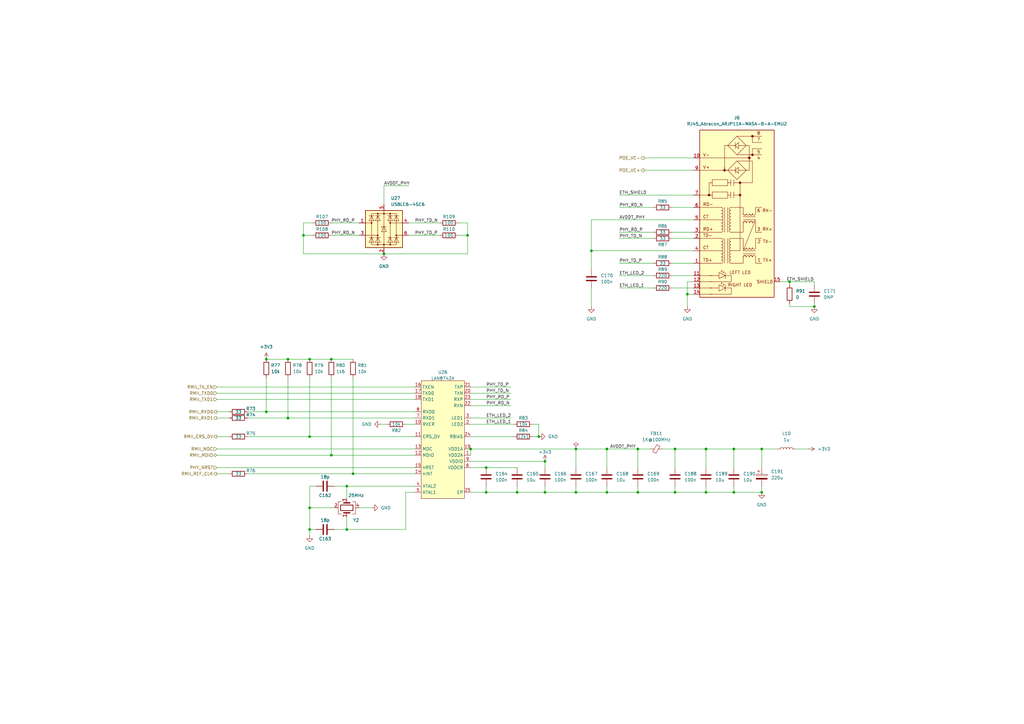
<source format=kicad_sch>
(kicad_sch (version 20230121) (generator eeschema)
  (paper "A3")
  (title_block (title "Kirdy") (date "2022-07-03") (rev "r0.1") (company "M-Labs") (comment 1 "Alex Wong Tat Hang"))
  (lib_symbols
    (symbol "Connector:RJ45_Abracon_ARJP11A-MASA-B-A-EMU2" (pin_names (offset 1.016) hide)
      (property "Reference" "J" (at 0 -38.1 0))
      (property "Value" "RJ45_Abracon_ARJP11A-MASA-B-A-EMU2" (at 0 -35.56 0))
      (symbol "RJ45_Abracon_ARJP11A-MASA-B-A-EMU2_0_0"
        (rectangle (start -15.24 -34.29) (end 15.24 34.29) (stroke (width 0.254)) (fill (type background)))
        (rectangle (start -3.81 8.89) (end -10.16 6.35))
        (polyline (pts (xy -15.24 -33.02) (xy -10.16 -33.02)))
        (polyline (pts (xy -15.24 -30.48) (xy -10.16 -30.48)))
        (polyline (pts (xy -15.24 -27.94) (xy -10.16 -27.94)))
        (polyline (pts (xy -15.24 -25.4) (xy -10.16 -25.4)))
        (polyline (pts (xy -15.24 -20.32) (xy -10.16 -20.32)))
        (polyline (pts (xy -15.24 -15.24) (xy -10.16 -15.24)))
        (polyline (pts (xy -15.24 -10.16) (xy -10.16 -10.16)))
        (polyline (pts (xy -15.24 -7.62) (xy -10.16 -7.62)))
        (polyline (pts (xy -15.24 -2.54) (xy -10.16 -2.54)))
        (polyline (pts (xy -15.24 2.54) (xy -10.16 2.54)))
        (polyline (pts (xy -15.24 22.86) (xy 5.08 22.86)))
        (polyline (pts (xy -11.43 7.62) (xy -15.24 7.62)))
        (polyline (pts (xy -11.176 -25.4) (xy -7.366 -25.4)))
        (polyline (pts (xy -10.16 7.62) (xy -11.43 7.62)))
        (polyline (pts (xy -5.08 17.78) (xy -15.24 17.78)))
        (polyline (pts (xy -5.08 17.78) (xy -3.81 17.78)))
        (polyline (pts (xy -5.08 19.05) (xy -5.08 17.78)))
        (polyline (pts (xy -3.81 7.62) (xy -2.54 7.62)))
        (polyline (pts (xy -3.81 12.7) (xy -2.54 12.7)))
        (polyline (pts (xy -2.54 8.89) (xy -2.54 6.35)))
        (polyline (pts (xy -1.27 8.89) (xy -1.27 6.35)))
        (polyline (pts (xy -1.27 13.97) (xy -1.27 11.43)))
        (polyline (pts (xy 0 21.59) (xy 6.35 21.59)))
        (polyline (pts (xy 0 24.13) (xy 10.16 24.13)))
        (polyline (pts (xy 0 31.75) (xy 10.16 31.75)))
        (polyline (pts (xy 1.27 10.16) (xy 1.27 12.7)))
        (polyline (pts (xy -10.16 12.7) (xy -11.43 12.7) (xy -11.43 7.62)))
        (polyline (pts (xy -3.81 27.94) (xy -5.08 27.94) (xy -5.08 17.78)))
        (polyline (pts (xy -1.27 12.7) (xy 0 12.7) (xy 1.27 12.7)))
        (polyline (pts (xy 1.27 12.7) (xy 6.35 12.7) (xy 6.35 21.59)))
        (polyline (pts (xy 6.35 24.13) (xy 6.35 26.67) (xy 10.16 26.67)))
        (polyline (pts (xy 6.35 31.75) (xy 6.35 29.21) (xy 10.16 29.21)))
        (polyline (pts (xy -4.826 -25.4) (xy -2.286 -25.4) (xy -2.286 -27.94) (xy -11.176 -27.94)))
        (polyline (pts (xy -2.54 -15.24) (xy -1.27 -15.24) (xy 1.27 -15.24) (xy 1.27 10.16)))
        (polyline (pts (xy 3.81 17.78) (xy 5.08 17.78) (xy 5.08 27.94) (xy 3.81 27.94)))
        (polyline (pts (xy -3.81 17.78) (xy 0 13.97) (xy 3.81 17.78) (xy 0 21.59) (xy -3.81 17.78)))
        (circle (center 1.27 7.62) (radius 0.0001) (stroke (width 0.508)))
        (text "1 TX+" (at 11.43 -19.05 0) (effects (font (size 1.27 1.27))))
        (text "2 TX-" (at 11.43 -11.43 0) (effects (font (size 1.27 1.27))))
        (text "3 RX+" (at 11.43 -6.35 0) (effects (font (size 1.27 1.27))))
        (text "4" (at 8.89 22.86 0) (effects (font (size 1.27 1.27))))
        (text "5" (at 8.89 25.4 0) (effects (font (size 1.27 1.27))))
        (text "6 RX-" (at 11.43 1.27 0) (effects (font (size 1.27 1.27))))
        (text "7" (at 8.89 30.48 0) (effects (font (size 1.27 1.27))))
        (text "8" (at 8.89 33.02 0) (effects (font (size 1.27 1.27))))
        (text "CT" (at -13.97 -1.27 0) (effects (font (size 1.27 1.27)) (justify left)))
        (text "LEFT LED" (at 1.27 -24.13 0) (effects (font (size 1.27 1.27))))
        (text "RD-" (at -13.97 3.81 0) (effects (font (size 1.27 1.27)) (justify left)))
        (text "SHIELD" (at 11.43 -27.94 0) (effects (font (size 1.27 1.27))))
        (text "V+" (at -13.97 19.05 0) (effects (font (size 1.27 1.27)) (justify left)))
        (text "V-" (at -13.97 24.13 0) (effects (font (size 1.27 1.27)) (justify left)))
      )
      (symbol "RJ45_Abracon_ARJP11A-MASA-B-A-EMU2_0_1"
        (arc (start -6.35 -16.51) (mid -5.7177 -15.875) (end -6.35 -15.24))
        (arc (start -6.35 -15.24) (mid -5.7177 -14.605) (end -6.35 -13.97))
        (arc (start -6.35 -13.97) (mid -6.35 -13.97) (end -6.35 -13.97))
        (arc (start -6.35 -11.43) (mid -5.7177 -10.795) (end -6.35 -10.16))
        (polyline (pts (xy -6.35 -20.32) (xy -10.16 -20.32)))
        (polyline (pts (xy -6.35 -15.24) (xy -10.16 -15.24)))
        (polyline (pts (xy -6.35 -10.16) (xy -10.16 -10.16)))
        (polyline (pts (xy -6.35 -7.62) (xy -10.16 -7.62)))
        (polyline (pts (xy -6.35 -2.54) (xy -10.16 -2.54)))
        (polyline (pts (xy -6.35 2.54) (xy -10.16 2.54)))
        (polyline (pts (xy -6.096 -28.448) (xy -6.35 -28.448)))
        (polyline (pts (xy -5.334 -28.956) (xy -5.588 -28.956)))
        (polyline (pts (xy -4.826 -24.13) (xy -4.826 -26.67)))
        (polyline (pts (xy -1.27 7.62) (xy 1.27 7.62)))
        (polyline (pts (xy -0.635 17.78) (xy -3.81 17.78)))
        (polyline (pts (xy -0.635 19.05) (xy -0.635 16.51)))
        (polyline (pts (xy 0.635 17.78) (xy 3.81 17.78)))
        (polyline (pts (xy -6.604 -28.956) (xy -6.096 -28.448) (xy -6.096 -28.702)))
        (polyline (pts (xy -5.842 -29.464) (xy -5.334 -28.956) (xy -5.334 -29.21)))
        (polyline (pts (xy -7.366 -24.13) (xy -7.366 -26.67) (xy -4.826 -25.4) (xy -7.366 -24.13)))
        (polyline (pts (xy 0.635 19.05) (xy 0.635 16.51) (xy -0.635 17.78) (xy 0.635 19.05)))
      )
      (symbol "RJ45_Abracon_ARJP11A-MASA-B-A-EMU2_1_1"
        (circle (center -11.43 7.62) (radius 0.0001) (stroke (width 0.508)))
        (arc (start -6.35 -20.32) (mid -5.7177 -19.685) (end -6.35 -19.05))
        (arc (start -6.35 -19.05) (mid -5.7177 -18.415) (end -6.35 -17.78))
        (arc (start -6.35 -17.78) (mid -6.35 -17.78) (end -6.35 -17.78))
        (arc (start -6.35 -17.78) (mid -5.7177 -17.145) (end -6.35 -16.51))
        (arc (start -6.35 -13.97) (mid -5.7177 -13.335) (end -6.35 -12.7))
        (arc (start -6.35 -12.7) (mid -5.7177 -12.065) (end -6.35 -11.43))
        (arc (start -6.35 -7.62) (mid -5.7177 -6.985) (end -6.35 -6.35))
        (arc (start -6.35 -6.35) (mid -5.7177 -5.715) (end -6.35 -5.08))
        (arc (start -6.35 -5.08) (mid -6.35 -5.08) (end -6.35 -5.08))
        (arc (start -6.35 -5.08) (mid -5.7177 -4.445) (end -6.35 -3.81))
        (arc (start -6.35 -3.81) (mid -6.35 -3.81) (end -6.35 -3.81))
        (arc (start -6.35 -3.81) (mid -5.7177 -3.175) (end -6.35 -2.54))
        (arc (start -6.35 -2.54) (mid -5.7177 -1.905) (end -6.35 -1.27))
        (arc (start -6.35 -1.27) (mid -5.7177 -0.635) (end -6.35 0))
        (arc (start -6.35 0) (mid -5.7177 0.635) (end -6.35 1.27))
        (arc (start -6.35 1.27) (mid -6.35 1.27) (end -6.35 1.27))
        (arc (start -6.35 1.27) (mid -5.7177 1.905) (end -6.35 2.54))
        (circle (center -5.08 17.78) (radius 0.0001) (stroke (width 0.508)))
        (rectangle (start -3.81 13.97) (end -10.16 11.43))
        (arc (start -2.54 -19.05) (mid -3.1723 -19.685) (end -2.54 -20.32))
        (arc (start -2.54 -19.05) (mid -2.54 -19.05) (end -2.54 -19.05))
        (arc (start -2.54 -17.78) (mid -3.1723 -18.415) (end -2.54 -19.05))
        (arc (start -2.54 -16.51) (mid -3.1723 -17.145) (end -2.54 -17.78))
        (arc (start -2.54 -15.24) (mid -3.1723 -15.875) (end -2.54 -16.51))
        (arc (start -2.54 -15.24) (mid -2.54 -15.24) (end -2.54 -15.24))
        (arc (start -2.54 -13.97) (mid -3.1723 -14.605) (end -2.54 -15.24))
        (arc (start -2.54 -12.7) (mid -3.1723 -13.335) (end -2.54 -13.97))
        (arc (start -2.54 -11.43) (mid -3.1723 -12.065) (end -2.54 -12.7))
        (arc (start -2.54 -10.16) (mid -3.1723 -10.795) (end -2.54 -11.43))
        (arc (start -2.54 -6.35) (mid -3.1723 -6.985) (end -2.54 -7.62))
        (arc (start -2.54 -6.35) (mid -2.54 -6.35) (end -2.54 -6.35))
        (arc (start -2.54 -5.08) (mid -3.1723 -5.715) (end -2.54 -6.35))
        (arc (start -2.54 -3.81) (mid -3.1723 -4.445) (end -2.54 -5.08))
        (arc (start -2.54 -3.81) (mid -2.54 -3.81) (end -2.54 -3.81))
        (arc (start -2.54 -2.54) (mid -3.1723 -3.175) (end -2.54 -3.81))
        (arc (start -2.54 -1.27) (mid -3.1723 -1.905) (end -2.54 -2.54))
        (arc (start -2.54 0) (mid -3.1723 -0.635) (end -2.54 -1.27))
        (arc (start -2.54 0) (mid -2.54 0) (end -2.54 0))
        (arc (start -2.54 1.27) (mid -3.1723 0.635) (end -2.54 0))
        (arc (start -2.54 2.54) (mid -3.1723 1.905) (end -2.54 1.27))
        (polyline (pts (xy -11.176 -30.48) (xy -7.366 -30.48)))
        (polyline (pts (xy -6.096 -23.368) (xy -6.35 -23.368)))
        (polyline (pts (xy -5.334 -23.876) (xy -5.588 -23.876)))
        (polyline (pts (xy -5.08 -10.16) (xy -5.08 -20.32)))
        (polyline (pts (xy -5.08 2.54) (xy -5.08 -7.62)))
        (polyline (pts (xy -4.826 -29.21) (xy -4.826 -31.75)))
        (polyline (pts (xy -3.81 -20.32) (xy -3.81 -10.16)))
        (polyline (pts (xy -3.81 -7.62) (xy -3.81 2.54)))
        (polyline (pts (xy -2.54 13.97) (xy -2.54 11.43)))
        (polyline (pts (xy -0.635 27.94) (xy -3.81 27.94)))
        (polyline (pts (xy -0.635 29.21) (xy -0.635 26.67)))
        (polyline (pts (xy 0.635 27.94) (xy 3.81 27.94)))
        (polyline (pts (xy 2.54 -16.51) (xy 7.62 -16.51)))
        (polyline (pts (xy 2.54 -15.24) (xy 7.62 -2.54)))
        (polyline (pts (xy 2.54 -2.54) (xy 7.62 -2.54)))
        (polyline (pts (xy 7.62 -15.24) (xy 2.54 -15.24)))
        (polyline (pts (xy 7.62 -1.27) (xy 2.54 -1.27)))
        (polyline (pts (xy -6.604 -23.876) (xy -6.096 -23.368) (xy -6.096 -23.622)))
        (polyline (pts (xy -5.842 -24.384) (xy -5.334 -23.876) (xy -5.334 -24.13)))
        (polyline (pts (xy -2.54 -10.16) (xy 2.54 -10.16) (xy 2.54 -13.97)))
        (polyline (pts (xy -2.54 -7.62) (xy 2.54 -7.62) (xy 2.54 -3.81)))
        (polyline (pts (xy -2.54 2.54) (xy 2.54 2.54) (xy 2.54 0)))
        (polyline (pts (xy 2.54 -17.78) (xy 2.54 -20.32) (xy -2.54 -20.32)))
        (polyline (pts (xy 7.62 -17.78) (xy 7.62 -20.32) (xy 10.16 -20.32)))
        (polyline (pts (xy 7.62 -13.97) (xy 7.62 -10.16) (xy 10.16 -10.16)))
        (polyline (pts (xy 7.62 -3.81) (xy 7.62 -7.62) (xy 10.16 -7.62)))
        (polyline (pts (xy 7.62 0) (xy 7.62 2.54) (xy 10.16 2.54)))
        (polyline (pts (xy -7.366 -29.21) (xy -7.366 -31.75) (xy -4.826 -30.48) (xy -7.366 -29.21)))
        (polyline (pts (xy -4.826 -30.48) (xy -2.286 -30.48) (xy -2.286 -33.02) (xy -11.176 -33.02)))
        (polyline (pts (xy 0.635 29.21) (xy 0.635 26.67) (xy -0.635 27.94) (xy 0.635 29.21)))
        (polyline (pts (xy -3.81 27.94) (xy 0 24.13) (xy 3.81 27.94) (xy 0 31.75) (xy -3.81 27.94)))
        (circle (center 1.27 12.7) (radius 0.0001) (stroke (width 0.508)))
        (arc (start 2.54 -17.78) (mid 2.54 -17.78) (end 2.54 -17.78))
        (arc (start 2.54 -13.97) (mid 3.175 -14.6023) (end 3.81 -13.97))
        (arc (start 2.54 -13.97) (mid 3.175 -14.6023) (end 3.81 -13.97))
        (arc (start 2.54 -3.81) (mid 2.54 -3.81) (end 2.54 -3.81))
        (arc (start 2.54 0) (mid 3.175 -0.6323) (end 3.81 0))
        (arc (start 2.54 0) (mid 3.175 -0.6323) (end 3.81 0))
        (arc (start 3.81 -17.78) (mid 3.175 -17.1477) (end 2.54 -17.78))
        (arc (start 3.81 -17.78) (mid 3.175 -17.1477) (end 2.54 -17.78))
        (arc (start 3.81 -13.97) (mid 3.81 -13.97) (end 3.81 -13.97))
        (arc (start 3.81 -13.97) (mid 4.445 -14.6023) (end 5.08 -13.97))
        (arc (start 3.81 -3.81) (mid 3.175 -3.1777) (end 2.54 -3.81))
        (arc (start 3.81 -3.81) (mid 3.175 -3.1777) (end 2.54 -3.81))
        (arc (start 3.81 0) (mid 3.81 0) (end 3.81 0))
        (arc (start 3.81 0) (mid 4.445 -0.6323) (end 5.08 0))
        (arc (start 5.08 -17.78) (mid 4.445 -17.1477) (end 3.81 -17.78))
        (arc (start 5.08 -17.78) (mid 5.08 -17.78) (end 5.08 -17.78))
        (arc (start 5.08 -13.97) (mid 5.715 -14.6023) (end 6.35 -13.97))
        (arc (start 5.08 -13.97) (mid 5.715 -14.6023) (end 6.35 -13.97))
        (arc (start 5.08 -3.81) (mid 4.445 -3.1777) (end 3.81 -3.81))
        (arc (start 5.08 -3.81) (mid 5.08 -3.81) (end 5.08 -3.81))
        (arc (start 5.08 0) (mid 5.715 -0.6323) (end 6.35 0))
        (arc (start 5.08 0) (mid 5.715 -0.6323) (end 6.35 0))
        (circle (center 5.08 22.86) (radius 0.0001) (stroke (width 0.508)))
        (circle (center 5.08 22.86) (radius 0.0001) (stroke (width 0.508)))
        (arc (start 6.35 -17.78) (mid 5.715 -17.1477) (end 5.08 -17.78))
        (arc (start 6.35 -17.78) (mid 5.715 -17.1477) (end 5.08 -17.78))
        (arc (start 6.35 -13.97) (mid 6.35 -13.97) (end 6.35 -13.97))
        (arc (start 6.35 -13.97) (mid 6.985 -14.6023) (end 7.62 -13.97))
        (arc (start 6.35 -3.81) (mid 5.715 -3.1777) (end 5.08 -3.81))
        (arc (start 6.35 -3.81) (mid 5.715 -3.1777) (end 5.08 -3.81))
        (arc (start 6.35 0) (mid 6.35 0) (end 6.35 0))
        (arc (start 6.35 0) (mid 6.985 -0.6323) (end 7.62 0))
        (circle (center 6.35 24.13) (radius 0.0001) (stroke (width 0.508)))
        (circle (center 6.35 31.75) (radius 0.0001) (stroke (width 0.508)))
        (arc (start 7.62 -17.78) (mid 6.985 -17.1477) (end 6.35 -17.78))
        (arc (start 7.62 -3.81) (mid 6.985 -3.1777) (end 6.35 -3.81))
        (text "CT" (at -13.97 -13.97 0) (effects (font (size 1.27 1.27)) (justify left)))
        (text "RD+" (at -13.97 -6.35 0) (effects (font (size 1.27 1.27)) (justify left)))
        (text "RIGHT LED" (at 1.27 -29.21 0) (effects (font (size 1.27 1.27))))
        (text "TD+" (at -13.97 -19.05 0) (effects (font (size 1.27 1.27)) (justify left)))
        (text "TD-" (at -13.97 -8.89 0) (effects (font (size 1.27 1.27)) (justify left)))
        (pin passive line (at -17.78 -20.32 0) (length 2.54) (name "TD+") (number "1"))
        (pin power_out line (at -17.78 22.86 0) (length 2.54) (name "V-") (number "10"))
        (pin passive line (at -17.78 -25.4 0) (length 2.54) (name "LLED+") (number "11"))
        (pin passive line (at -17.78 -27.94 0) (length 2.54) (name "LLED-") (number "12"))
        (pin passive line (at -17.78 -30.48 0) (length 2.54) (name "RLED+") (number "13"))
        (pin passive line (at -17.78 -33.02 0) (length 2.54) (name "RLED-") (number "14"))
        (pin passive line (at 17.78 -27.94 180) (length 2.54) (name "SHIELD") (number "15"))
        (pin passive line (at -17.78 -10.16 0) (length 2.54) (name "TD-") (number "2"))
        (pin passive line (at -17.78 -7.62 0) (length 2.54) (name "RD+") (number "3"))
        (pin passive line (at -17.78 -15.24 0) (length 2.54) (name "CT") (number "4"))
        (pin passive line (at -17.78 -2.54 0) (length 2.54) (name "CT") (number "5"))
        (pin passive line (at -17.78 2.54 0) (length 2.54) (name "RD-") (number "6"))
        (pin passive line (at -17.78 7.62 0) (length 2.54) (name "7") (number "7"))
        (pin power_out line (at -17.78 17.78 0) (length 2.54) (name "V+") (number "9"))
      )
    )
    (symbol "Device:C" (pin_numbers hide) (pin_names (offset 0.254))
      (property "Reference" "C" (at 0.635 2.54 0))
      (property "Value" "C" (at 0.635 -2.54 0))
      (symbol "C_0_1"
        (polyline (pts (xy -2.032 -0.762) (xy 2.032 -0.762)) (stroke (width 0.508)))
        (polyline (pts (xy -2.032 0.762) (xy 2.032 0.762)) (stroke (width 0.508)))
      )
      (symbol "C_1_1"
        (pin passive line (at 0 3.81 270) (length 2.794) (name "~") (number "1"))
        (pin passive line (at 0 -3.81 90) (length 2.794) (name "~") (number "2"))
      )
    )
    (symbol "Device:C_Polarized" (pin_numbers hide) (pin_names (offset 0.254))
      (property "Reference" "C" (at 0.635 2.54 0))
      (property "Value" "C_Polarized" (at 0.635 -2.54 0))
      (symbol "C_Polarized_0_1"
        (rectangle (start -2.286 0.508) (end 2.286 1.016))
        (polyline (pts (xy -1.778 2.286) (xy -0.762 2.286)))
        (polyline (pts (xy -1.27 2.794) (xy -1.27 1.778)))
        (rectangle (start 2.286 -0.508) (end -2.286 -1.016) (fill (type outline)))
      )
      (symbol "C_Polarized_1_1"
        (pin passive line (at 0 3.81 270) (length 2.794) (name "~") (number "1"))
        (pin passive line (at 0 -3.81 90) (length 2.794) (name "~") (number "2"))
      )
    )
    (symbol "Device:Crystal_GND24" (pin_names (offset 1.016) hide)
      (property "Reference" "Y" (at 3.175 5.08 0))
      (property "Value" "Crystal_GND24" (at 3.175 3.175 0))
      (symbol "Crystal_GND24_0_1"
        (rectangle (start -1.143 2.54) (end 1.143 -2.54) (stroke (width 0.3048)))
        (polyline (pts (xy -2.54 0) (xy -2.032 0)))
        (polyline (pts (xy -2.032 -1.27) (xy -2.032 1.27)) (stroke (width 0.508)))
        (polyline (pts (xy 0 -3.81) (xy 0 -3.556)))
        (polyline (pts (xy 0 3.556) (xy 0 3.81)))
        (polyline (pts (xy 2.032 -1.27) (xy 2.032 1.27)) (stroke (width 0.508)))
        (polyline (pts (xy 2.032 0) (xy 2.54 0)))
        (polyline (pts (xy -2.54 -2.286) (xy -2.54 -3.556) (xy 2.54 -3.556) (xy 2.54 -2.286)))
        (polyline (pts (xy -2.54 2.286) (xy -2.54 3.556) (xy 2.54 3.556) (xy 2.54 2.286)))
      )
      (symbol "Crystal_GND24_1_1"
        (pin passive line (at -3.81 0 0) (length 1.27) (name "1") (number "1"))
        (pin passive line (at 0 5.08 270) (length 1.27) (name "2") (number "2"))
        (pin passive line (at 3.81 0 180) (length 1.27) (name "3") (number "3"))
        (pin passive line (at 0 -5.08 90) (length 1.27) (name "4") (number "4"))
      )
    )
    (symbol "Device:FerriteBead_Small" (pin_numbers hide) (pin_names (offset 0))
      (property "Reference" "FB" (at 1.905 1.27 0))
      (property "Value" "FerriteBead_Small" (at 1.905 -1.27 0))
      (symbol "FerriteBead_Small_0_1"
        (polyline (pts (xy 0 -1.27) (xy 0 -0.7874)))
        (polyline (pts (xy 0 0.889) (xy 0 1.2954)))
        (polyline (pts (xy -1.8288 0.2794) (xy -1.1176 1.4986) (xy 1.8288 -0.2032) (xy 1.1176 -1.4224) (xy -1.8288 0.2794)))
      )
      (symbol "FerriteBead_Small_1_1"
        (pin passive line (at 0 2.54 270) (length 1.27) (name "~") (number "1"))
        (pin passive line (at 0 -2.54 90) (length 1.27) (name "~") (number "2"))
      )
    )
    (symbol "Device:L" (pin_numbers hide) (pin_names (offset 1.016) hide)
      (property "Reference" "L" (at -1.27 0 90))
      (property "Value" "L" (at 1.905 0 90))
      (symbol "L_0_1"
        (arc (start 0 -2.54) (mid 0.6323 -1.905) (end 0 -1.27))
        (arc (start 0 -1.27) (mid 0.6323 -0.635) (end 0 0))
        (arc (start 0 0) (mid 0.6323 0.635) (end 0 1.27))
        (arc (start 0 1.27) (mid 0.6323 1.905) (end 0 2.54))
      )
      (symbol "L_1_1"
        (pin passive line (at 0 3.81 270) (length 1.27) (name "1") (number "1"))
        (pin passive line (at 0 -3.81 90) (length 1.27) (name "2") (number "2"))
      )
    )
    (symbol "Device:R" (pin_numbers hide) (pin_names (offset 0))
      (property "Reference" "R" (at 2.032 0 90))
      (property "Value" "R" (at 0 0 90))
      (symbol "R_0_1"
        (rectangle (start -1.016 -2.54) (end 1.016 2.54) (stroke (width 0.254)))
      )
      (symbol "R_1_1"
        (pin passive line (at 0 3.81 270) (length 1.27) (name "~") (number "1"))
        (pin passive line (at 0 -3.81 90) (length 1.27) (name "~") (number "2"))
      )
    )
    (symbol "Power_Protection:USBLC6-4SC6" (pin_names hide)
      (property "Reference" "U" (at 2.54 8.89 0))
      (property "Value" "USBLC6-4SC6" (at 2.54 -8.89 0))
      (symbol "USBLC6-4SC6_0_1"
        (rectangle (start -7.62 -7.62) (end 7.62 7.62) (stroke (width 0.254)) (fill (type background)))
        (circle (center -5.08 2.54) (radius 0.254) (fill (type outline)))
        (circle (center -2.54 -6.35) (radius 0.254) (fill (type outline)))
        (circle (center -2.54 -2.54) (radius 0.254) (fill (type outline)))
        (circle (center -2.54 6.35) (radius 0.254) (fill (type outline)))
        (rectangle (start -2.54 6.35) (end 2.54 -6.35))
        (circle (center 0 -6.35) (radius 0.254) (fill (type outline)))
        (polyline (pts (xy -5.08 2.54) (xy -7.62 2.54)))
        (polyline (pts (xy -4.064 -3.429) (xy -6.096 -3.429)))
        (polyline (pts (xy -4.064 5.461) (xy -6.096 5.461)))
        (polyline (pts (xy -2.54 -2.54) (xy -7.62 -2.54)))
        (polyline (pts (xy -1.524 -3.429) (xy -3.556 -3.429)))
        (polyline (pts (xy -1.524 5.461) (xy -3.556 5.461)))
        (polyline (pts (xy 0 -7.62) (xy 0 -6.35)))
        (polyline (pts (xy 0 -6.35) (xy 0 1.27)))
        (polyline (pts (xy 0 1.27) (xy 0 6.35)))
        (polyline (pts (xy 0 6.35) (xy 0 7.62)))
        (polyline (pts (xy 1.524 -3.429) (xy 3.556 -3.429)))
        (polyline (pts (xy 1.524 5.461) (xy 3.556 5.461)))
        (polyline (pts (xy 2.54 2.54) (xy 7.62 2.54)))
        (polyline (pts (xy 4.064 -3.429) (xy 6.096 -3.429)))
        (polyline (pts (xy 4.064 5.461) (xy 6.096 5.461)))
        (polyline (pts (xy 5.08 -2.54) (xy 7.62 -2.54)))
        (polyline (pts (xy -6.096 -5.461) (xy -4.064 -5.461) (xy -5.08 -3.429) (xy -6.096 -5.461)))
        (polyline (pts (xy -6.096 3.429) (xy -4.064 3.429) (xy -5.08 5.461) (xy -6.096 3.429)))
        (polyline (pts (xy -3.556 -5.461) (xy -1.524 -5.461) (xy -2.54 -3.429) (xy -3.556 -5.461)))
        (polyline (pts (xy -3.556 3.429) (xy -1.524 3.429) (xy -2.54 5.461) (xy -3.556 3.429)))
        (polyline (pts (xy -2.54 6.35) (xy -5.08 6.35) (xy -5.08 -6.35) (xy -2.54 -6.35)))
        (polyline (pts (xy -1.016 -1.016) (xy 1.016 -1.016) (xy 0 1.016) (xy -1.016 -1.016)))
        (polyline (pts (xy 1.016 1.016) (xy 0.762 1.016) (xy -1.016 1.016) (xy -1.016 0.508)))
        (polyline (pts (xy 2.54 6.35) (xy 5.08 6.35) (xy 5.08 -6.35) (xy 2.54 -6.35)))
        (polyline (pts (xy 3.556 -5.461) (xy 1.524 -5.461) (xy 2.54 -3.429) (xy 3.556 -5.461)))
        (polyline (pts (xy 3.556 3.429) (xy 1.524 3.429) (xy 2.54 5.461) (xy 3.556 3.429)))
        (polyline (pts (xy 6.096 -5.461) (xy 4.064 -5.461) (xy 5.08 -3.429) (xy 6.096 -5.461)))
        (polyline (pts (xy 6.096 3.429) (xy 4.064 3.429) (xy 5.08 5.461) (xy 6.096 3.429)))
        (circle (center 0 6.35) (radius 0.254) (fill (type outline)))
        (circle (center 2.54 -6.35) (radius 0.254) (fill (type outline)))
        (circle (center 2.54 2.54) (radius 0.254) (fill (type outline)))
        (circle (center 2.54 6.35) (radius 0.254) (fill (type outline)))
        (circle (center 5.08 -2.54) (radius 0.254) (fill (type outline)))
      )
      (symbol "USBLC6-4SC6_1_1"
        (pin passive line (at -10.16 2.54 0) (length 2.54) (name "I/O1") (number "1"))
        (pin passive line (at 0 -10.16 90) (length 2.54) (name "GND") (number "2"))
        (pin passive line (at -10.16 -2.54 0) (length 2.54) (name "I/O2") (number "3"))
        (pin passive line (at 10.16 2.54 180) (length 2.54) (name "I/O3") (number "4"))
        (pin passive line (at 0 10.16 270) (length 2.54) (name "VBUS") (number "5"))
        (pin passive line (at 10.16 -2.54 180) (length 2.54) (name "I/O4") (number "6"))
      )
    )
    (symbol "kirdy:LAN8742A"
      (property "Reference" "U" (at 0 -30.48 0))
      (property "Value" "LAN8742A" (at 0 -27.94 0))
      (symbol "LAN8742A_0_0"
        (pin power_in line (at 10.16 -7.62 180) (length 2.54) (name "VDD2A") (number "1"))
        (pin bidirectional line (at -12.7 5.08 0) (length 2.54) (name "RXER") (number "10"))
        (pin output line (at -12.7 0 0) (length 2.54) (name "CRS_DV") (number "11"))
        (pin bidirectional line (at -12.7 -7.62 0) (length 2.54) (name "MDIO") (number "12"))
        (pin input line (at -12.7 -5.08 0) (length 2.54) (name "MDC") (number "13"))
        (pin output line (at -12.7 -15.24 0) (length 2.54) (name "nINT") (number "14"))
        (pin input line (at -12.7 -12.7 0) (length 2.54) (name "nRST") (number "15"))
        (pin input line (at -12.7 20.32 0) (length 2.54) (name "TXEN") (number "16"))
        (pin input line (at -12.7 17.78 0) (length 2.54) (name "TXD0") (number "17"))
        (pin input line (at -12.7 15.24 0) (length 2.54) (name "TXD1") (number "18"))
        (pin power_in line (at 10.16 -5.08 180) (length 2.54) (name "VDD1A") (number "19"))
        (pin output line (at 10.16 5.08 180) (length 2.54) (name "LED2") (number "2"))
        (pin bidirectional line (at 10.16 17.78 180) (length 2.54) (name "TXN") (number "20"))
        (pin bidirectional line (at 10.16 20.32 180) (length 2.54) (name "TXP") (number "21"))
        (pin bidirectional line (at 10.16 12.7 180) (length 2.54) (name "RXN") (number "22"))
        (pin bidirectional line (at 10.16 15.24 180) (length 2.54) (name "RXP") (number "23"))
        (pin passive line (at 10.16 0 180) (length 2.54) (name "RBIAS") (number "24"))
        (pin power_in line (at 10.16 -22.86 180) (length 2.54) (name "EP") (number "25"))
        (pin output line (at 10.16 7.62 180) (length 2.54) (name "LED1") (number "3"))
        (pin input line (at -12.7 -20.32 0) (length 2.54) (name "XTAL2") (number "4"))
        (pin input line (at -12.7 -22.86 0) (length 2.54) (name "XTAL1") (number "5"))
        (pin passive line (at 10.16 -12.7 180) (length 2.54) (name "VDDCR") (number "6"))
        (pin output line (at -12.7 7.62 0) (length 2.54) (name "RXD1") (number "7"))
        (pin output line (at -12.7 10.16 0) (length 2.54) (name "RXD0") (number "8"))
        (pin power_in line (at 10.16 -10.16 180) (length 2.54) (name "VDDIO") (number "9"))
      )
      (symbol "LAN8742A_0_1"
        (rectangle (start -10.16 22.86) (end 7.62 -25.4) (fill (type background)))
      )
    )
    (symbol "power:+3V3" (power) (pin_names (offset 0))
      (property "Value" "+3V3" (at 0 3.556 0))
      (symbol "+3V3_0_1"
        (polyline (pts (xy -0.762 1.27) (xy 0 2.54)))
        (polyline (pts (xy 0 0) (xy 0 2.54)))
        (polyline (pts (xy 0 2.54) (xy 0.762 1.27)))
      )
      (symbol "+3V3_1_1"
        (pin power_in line (at 0 0 90) (length 0) hide (name "+3V3") (number "1"))
      )
    )
    (symbol "power:GND" (power) (pin_names (offset 0))
      (property "Value" "GND" (at 0 -3.81 0))
      (symbol "GND_0_1"
        (polyline (pts (xy 0 0) (xy 0 -1.27) (xy 1.27 -1.27) (xy 0 -2.54) (xy -1.27 -1.27) (xy 0 -1.27)))
      )
      (symbol "GND_1_1"
        (pin power_in line (at 0 0 270) (length 0) hide (name "GND") (number "1"))
      )
    )
    (symbol "power:PWR_FLAG" (power) (pin_numbers hide) (pin_names (offset 0) hide)
      (property "Value" "PWR_FLAG" (at 0 3.81 0))
      (symbol "PWR_FLAG_0_0"
        (pin power_out line (at 0 0 90) (length 0) (name "pwr") (number "1"))
      )
      (symbol "PWR_FLAG_0_1"
        (polyline (pts (xy 0 0) (xy 0 1.27) (xy -1.016 1.905) (xy 0 2.54) (xy 1.016 1.905) (xy 0 1.27)))
      )
    )
  )
  (junction (at 312.42 184.15))
  (junction (at 223.52 201.93))
  (junction (at 127 217.17))
  (junction (at 334.01 125.73))
  (junction (at 109.22 168.91))
  (junction (at 281.94 120.65))
  (junction (at 300.99 201.93))
  (junction (at 191.77 96.52))
  (junction (at 135.89 147.32))
  (junction (at 300.99 184.15))
  (junction (at 124.46 96.52))
  (junction (at 236.22 184.15))
  (junction (at 135.89 186.69))
  (junction (at 212.09 201.93))
  (junction (at 248.92 184.15))
  (junction (at 127 147.32))
  (junction (at 109.22 147.32))
  (junction (at 289.56 184.15))
  (junction (at 118.11 171.45))
  (junction (at 144.78 194.31))
  (junction (at 242.57 102.87))
  (junction (at 323.85 115.57))
  (junction (at 312.42 201.93))
  (junction (at 220.98 179.07))
  (junction (at 236.22 201.93))
  (junction (at 276.86 201.93))
  (junction (at 199.39 201.93))
  (junction (at 127 208.28))
  (junction (at 157.48 104.14))
  (junction (at 261.62 201.93))
  (junction (at 142.24 217.17))
  (junction (at 199.39 191.77))
  (junction (at 276.86 184.15))
  (junction (at 127 179.07))
  (junction (at 261.62 184.15))
  (junction (at 248.92 201.93))
  (junction (at 223.52 189.23))
  (junction (at 118.11 147.32))
  (junction (at 142.24 199.39))
  (junction (at 193.04 184.15))
  (junction (at 289.56 201.93))
  (wire (pts (xy 127 147.32) (xy 135.89 147.32)))
  (wire (pts (xy 289.56 184.15) (xy 300.99 184.15)))
  (wire (pts (xy 276.86 184.15) (xy 289.56 184.15)))
  (wire (pts (xy 88.9 186.69) (xy 135.89 186.69)))
  (wire (pts (xy 212.09 199.39) (xy 212.09 201.93)))
  (wire (pts (xy 254 95.25) (xy 267.97 95.25)))
  (wire (pts (xy 275.59 95.25) (xy 284.48 95.25)))
  (wire (pts (xy 323.85 115.57) (xy 323.85 116.84)))
  (wire (pts (xy 191.77 91.44) (xy 187.96 91.44)))
  (wire (pts (xy 236.22 199.39) (xy 236.22 201.93)))
  (wire (pts (xy 193.04 179.07) (xy 210.82 179.07)))
  (wire (pts (xy 220.98 173.99) (xy 220.98 179.07)))
  (wire (pts (xy 193.04 166.37) (xy 209.55 166.37)))
  (wire (pts (xy 88.9 168.91) (xy 93.98 168.91)))
  (wire (pts (xy 191.77 96.52) (xy 187.96 96.52)))
  (wire (pts (xy 236.22 201.93) (xy 248.92 201.93)))
  (wire (pts (xy 320.04 115.57) (xy 323.85 115.57)))
  (wire (pts (xy 109.22 154.94) (xy 109.22 168.91)))
  (wire (pts (xy 88.9 171.45) (xy 93.98 171.45)))
  (wire (pts (xy 135.89 96.52) (xy 147.32 96.52)))
  (wire (pts (xy 242.57 102.87) (xy 284.48 102.87)))
  (wire (pts (xy 127 154.94) (xy 127 179.07)))
  (wire (pts (xy 300.99 199.39) (xy 300.99 201.93)))
  (wire (pts (xy 281.94 115.57) (xy 281.94 120.65)))
  (wire (pts (xy 326.39 184.15) (xy 331.47 184.15)))
  (wire (pts (xy 289.56 201.93) (xy 276.86 201.93)))
  (wire (pts (xy 254 118.11) (xy 267.97 118.11)))
  (wire (pts (xy 127 208.28) (xy 137.16 208.28)))
  (wire (pts (xy 166.37 201.93) (xy 170.18 201.93)))
  (wire (pts (xy 242.57 125.73) (xy 242.57 118.11)))
  (wire (pts (xy 137.16 217.17) (xy 142.24 217.17)))
  (wire (pts (xy 312.42 199.39) (xy 312.42 201.93)))
  (wire (pts (xy 127 208.28) (xy 127 199.39)))
  (wire (pts (xy 323.85 125.73) (xy 334.01 125.73)))
  (wire (pts (xy 312.42 184.15) (xy 312.42 191.77)))
  (wire (pts (xy 135.89 91.44) (xy 147.32 91.44)))
  (wire (pts (xy 199.39 191.77) (xy 212.09 191.77)))
  (wire (pts (xy 142.24 199.39) (xy 170.18 199.39)))
  (wire (pts (xy 275.59 113.03) (xy 284.48 113.03)))
  (wire (pts (xy 144.78 194.31) (xy 170.18 194.31)))
  (wire (pts (xy 193.04 184.15) (xy 193.04 186.69)))
  (wire (pts (xy 147.32 208.28) (xy 152.4 208.28)))
  (wire (pts (xy 261.62 184.15) (xy 261.62 191.77)))
  (wire (pts (xy 264.16 69.85) (xy 284.48 69.85)))
  (wire (pts (xy 199.39 201.93) (xy 212.09 201.93)))
  (wire (pts (xy 289.56 199.39) (xy 289.56 201.93)))
  (wire (pts (xy 223.52 201.93) (xy 236.22 201.93)))
  (wire (pts (xy 118.11 171.45) (xy 170.18 171.45)))
  (wire (pts (xy 248.92 199.39) (xy 248.92 201.93)))
  (wire (pts (xy 88.9 194.31) (xy 93.98 194.31)))
  (wire (pts (xy 101.6 179.07) (xy 127 179.07)))
  (wire (pts (xy 218.44 179.07) (xy 220.98 179.07)))
  (wire (pts (xy 127 219.71) (xy 127 217.17)))
  (wire (pts (xy 261.62 201.93) (xy 261.62 199.39)))
  (wire (pts (xy 254 113.03) (xy 267.97 113.03)))
  (wire (pts (xy 193.04 158.75) (xy 209.55 158.75)))
  (wire (pts (xy 261.62 184.15) (xy 266.7 184.15)))
  (wire (pts (xy 88.9 184.15) (xy 170.18 184.15)))
  (wire (pts (xy 223.52 199.39) (xy 223.52 201.93)))
  (wire (pts (xy 124.46 104.14) (xy 157.48 104.14)))
  (wire (pts (xy 248.92 184.15) (xy 261.62 184.15)))
  (wire (pts (xy 193.04 184.15) (xy 236.22 184.15)))
  (wire (pts (xy 242.57 102.87) (xy 242.57 110.49)))
  (wire (pts (xy 144.78 154.94) (xy 144.78 194.31)))
  (wire (pts (xy 88.9 179.07) (xy 93.98 179.07)))
  (wire (pts (xy 191.77 104.14) (xy 157.48 104.14)))
  (wire (pts (xy 193.04 191.77) (xy 199.39 191.77)))
  (wire (pts (xy 88.9 191.77) (xy 170.18 191.77)))
  (wire (pts (xy 157.48 76.2) (xy 167.64 76.2)))
  (wire (pts (xy 276.86 184.15) (xy 276.86 191.77)))
  (wire (pts (xy 284.48 90.17) (xy 242.57 90.17)))
  (wire (pts (xy 88.9 158.75) (xy 170.18 158.75)))
  (wire (pts (xy 193.04 201.93) (xy 199.39 201.93)))
  (wire (pts (xy 166.37 173.99) (xy 170.18 173.99)))
  (wire (pts (xy 193.04 173.99) (xy 210.82 173.99)))
  (wire (pts (xy 127 217.17) (xy 129.54 217.17)))
  (wire (pts (xy 218.44 173.99) (xy 220.98 173.99)))
  (wire (pts (xy 289.56 184.15) (xy 289.56 191.77)))
  (wire (pts (xy 167.64 91.44) (xy 180.34 91.44)))
  (wire (pts (xy 275.59 85.09) (xy 284.48 85.09)))
  (wire (pts (xy 312.42 201.93) (xy 300.99 201.93)))
  (wire (pts (xy 118.11 147.32) (xy 127 147.32)))
  (wire (pts (xy 167.64 96.52) (xy 180.34 96.52)))
  (wire (pts (xy 127 199.39) (xy 129.54 199.39)))
  (wire (pts (xy 254 80.01) (xy 284.48 80.01)))
  (wire (pts (xy 281.94 125.73) (xy 281.94 120.65)))
  (wire (pts (xy 124.46 91.44) (xy 124.46 96.52)))
  (wire (pts (xy 109.22 168.91) (xy 170.18 168.91)))
  (wire (pts (xy 142.24 217.17) (xy 166.37 217.17)))
  (wire (pts (xy 191.77 91.44) (xy 191.77 96.52)))
  (wire (pts (xy 118.11 154.94) (xy 118.11 171.45)))
  (wire (pts (xy 300.99 201.93) (xy 289.56 201.93)))
  (wire (pts (xy 124.46 96.52) (xy 124.46 104.14)))
  (wire (pts (xy 254 85.09) (xy 267.97 85.09)))
  (wire (pts (xy 276.86 199.39) (xy 276.86 201.93)))
  (wire (pts (xy 127 217.17) (xy 127 208.28)))
  (wire (pts (xy 275.59 118.11) (xy 284.48 118.11)))
  (wire (pts (xy 334.01 115.57) (xy 334.01 116.84)))
  (wire (pts (xy 193.04 189.23) (xy 223.52 189.23)))
  (wire (pts (xy 334.01 124.46) (xy 334.01 125.73)))
  (wire (pts (xy 135.89 186.69) (xy 170.18 186.69)))
  (wire (pts (xy 124.46 91.44) (xy 128.27 91.44)))
  (wire (pts (xy 142.24 204.47) (xy 142.24 199.39)))
  (wire (pts (xy 127 179.07) (xy 170.18 179.07)))
  (wire (pts (xy 300.99 184.15) (xy 300.99 191.77)))
  (wire (pts (xy 236.22 184.15) (xy 236.22 191.77)))
  (wire (pts (xy 88.9 163.83) (xy 170.18 163.83)))
  (wire (pts (xy 124.46 96.52) (xy 128.27 96.52)))
  (wire (pts (xy 276.86 201.93) (xy 261.62 201.93)))
  (wire (pts (xy 248.92 184.15) (xy 248.92 191.77)))
  (wire (pts (xy 135.89 147.32) (xy 144.78 147.32)))
  (wire (pts (xy 142.24 212.09) (xy 142.24 217.17)))
  (wire (pts (xy 275.59 97.79) (xy 284.48 97.79)))
  (wire (pts (xy 300.99 184.15) (xy 312.42 184.15)))
  (wire (pts (xy 166.37 217.17) (xy 166.37 201.93)))
  (wire (pts (xy 193.04 171.45) (xy 209.55 171.45)))
  (wire (pts (xy 271.78 184.15) (xy 276.86 184.15)))
  (wire (pts (xy 312.42 184.15) (xy 318.77 184.15)))
  (wire (pts (xy 101.6 168.91) (xy 109.22 168.91)))
  (wire (pts (xy 254 97.79) (xy 267.97 97.79)))
  (wire (pts (xy 101.6 171.45) (xy 118.11 171.45)))
  (wire (pts (xy 212.09 201.93) (xy 223.52 201.93)))
  (wire (pts (xy 193.04 161.29) (xy 209.55 161.29)))
  (wire (pts (xy 236.22 184.15) (xy 248.92 184.15)))
  (wire (pts (xy 191.77 96.52) (xy 191.77 104.14)))
  (wire (pts (xy 281.94 120.65) (xy 284.48 120.65)))
  (wire (pts (xy 193.04 163.83) (xy 209.55 163.83)))
  (wire (pts (xy 275.59 107.95) (xy 284.48 107.95)))
  (wire (pts (xy 101.6 194.31) (xy 144.78 194.31)))
  (wire (pts (xy 137.16 199.39) (xy 142.24 199.39)))
  (wire (pts (xy 264.16 64.77) (xy 284.48 64.77)))
  (wire (pts (xy 157.48 76.2) (xy 157.48 83.82)))
  (wire (pts (xy 242.57 90.17) (xy 242.57 102.87)))
  (wire (pts (xy 248.92 201.93) (xy 261.62 201.93)))
  (wire (pts (xy 284.48 115.57) (xy 281.94 115.57)))
  (wire (pts (xy 323.85 115.57) (xy 334.01 115.57)))
  (wire (pts (xy 323.85 124.46) (xy 323.85 125.73)))
  (wire (pts (xy 109.22 147.32) (xy 118.11 147.32)))
  (wire (pts (xy 254 107.95) (xy 267.97 107.95)))
  (wire (pts (xy 135.89 154.94) (xy 135.89 186.69)))
  (wire (pts (xy 223.52 189.23) (xy 223.52 191.77)))
  (wire (pts (xy 199.39 199.39) (xy 199.39 201.93)))
  (wire (pts (xy 156.21 173.99) (xy 158.75 173.99)))
  (wire (pts (xy 88.9 161.29) (xy 170.18 161.29)))
  (label "PHY_TD_P" (at 199.39 158.75 0))
  (label "PHY_TD_P" (at 254 107.95 0))
  (label "PHY_RD_N" (at 254 85.09 0))
  (label "AVDDT_PHY" (at 157.48 76.2 0))
  (label "PHY_RD_P" (at 254 95.25 0))
  (label "ETH_SHIELD" (at 254 80.01 0))
  (label "ETH_LED_1" (at 254 118.11 0))
  (label "PHY_TD_N" (at 199.39 161.29 0))
  (label "PHY_RD_P" (at 199.39 163.83 0))
  (label "PHY_TD_N" (at 170.18 91.44 0))
  (label "PHY_TD_N" (at 254 97.79 0))
  (label "PHY_RD_N" (at 199.39 166.37 0))
  (label "ETH_LED_2" (at 199.39 171.45 0))
  (label "PHY_RD_P" (at 135.89 91.44 0))
  (label "AVDDT_PHY" (at 254 90.17 0))
  (label "AVDDT_PHY" (at 250.19 184.15 0))
  (label "ETH_LED_2" (at 254 113.03 0))
  (label "PHY_RD_N" (at 135.89 96.52 0))
  (label "ETH_LED_1" (at 199.39 173.99 0))
  (label "PHY_TD_P" (at 170.18 96.52 0))
  (label "ETH_SHIELD" (at 322.58 115.57 0))
  (hierarchical_label "RMII_MDC" (shape input) (at 88.9 184.15 180))
  (hierarchical_label "RMII_TXD1" (shape input) (at 88.9 163.83 180))
  (hierarchical_label "RMII_RXD1" (shape output) (at 88.9 171.45 180))
  (hierarchical_label "RMII_RXD0" (shape output) (at 88.9 168.91 180))
  (hierarchical_label "RMII_CRS_DV" (shape output) (at 88.9 179.07 180))
  (hierarchical_label "RMII_MDIO" (shape bidirectional) (at 88.9 186.69 180))
  (hierarchical_label "RMII_REF_CLK" (shape output) (at 88.9 194.31 180))
  (hierarchical_label "POE_VC-" (shape output) (at 264.16 64.77 180))
  (hierarchical_label "RMII_TX_EN" (shape input) (at 88.9 158.75 180))
  (hierarchical_label "PHY_NRST" (shape input) (at 88.9 191.77 180))
  (hierarchical_label "POE_VC+" (shape output) (at 264.16 69.85 180))
  (hierarchical_label "RMII_TXD0" (shape input) (at 88.9 161.29 180))
  (symbol (lib_id "Device:C") (at 199.39 195.58 0) (unit 1)
    (property "Reference" "C164" (at 203.2 194.3099 0) (effects (justify left)))
    (property "Value" "100n" (at 203.2 196.8499 0) (effects (justify left)))
    (property "Footprint" "Capacitor_SMD:C_0603_1608Metric" (effects hide))
    (property "MFR_PN" "CL10B104KB8NNWC" (effects hide))
    (property "MFR_PN_ALT" "CL10B104KB8NNNL" (effects hide))
  )
  (symbol (lib_id "Device:C") (at 212.09 195.58 0) (unit 1)
    (property "Reference" "C165" (at 215.9 194.3099 0) (effects (justify left)))
    (property "Value" "10u" (at 215.9 196.8499 0) (effects (justify left)))
    (property "Footprint" "Capacitor_SMD:C_0805_2012Metric" (effects hide))
    (property "MFR_PN" "CL21B106KOQNNNG" (effects hide))
    (property "MFR_PN_ALT" "CL21B106KOQNNNE" (effects hide))
  )
  (symbol (lib_id "Device:C") (at 236.22 195.58 0) (unit 1)
    (property "Reference" "C167" (at 240.03 194.3099 0) (effects (justify left)))
    (property "Value" "100n" (at 240.03 196.8499 0) (effects (justify left)))
    (property "Footprint" "Capacitor_SMD:C_0603_1608Metric" (effects hide))
    (property "MFR_PN" "CL10B104KB8NNWC" (effects hide))
    (property "MFR_PN_ALT" "CL10B104KB8NNNL" (effects hide))
  )
  (symbol (lib_id "power:GND") (at 127 219.71 0) (unit 1)
    (property "Reference" "#PWR0142" (effects hide))
    (property "Value" "GND" (at 127 224.79 0))
  )
  (symbol (lib_id "Device:R") (at 144.78 151.13 180) (unit 1)
    (property "Reference" "R81" (at 148.59 149.86 0))
    (property "Value" "10k" (at 148.59 152.4 0))
    (property "Footprint" "Resistor_SMD:R_0603_1608Metric" (effects hide))
    (property "MFR_PN" "RNCP0603FTD10K0" (effects hide))
    (property "MFR_PN_ALT" "RMCF0603FT10K0" (effects hide))
  )
  (symbol (lib_id "Device:R") (at 214.63 179.07 90) (unit 1)
    (property "Reference" "R84" (at 214.63 176.53 90))
    (property "Value" "12k1" (at 214.63 179.07 90))
    (property "Footprint" "Resistor_SMD:R_0603_1608Metric" (effects hide))
    (property "MFR_PN" "RNCP0603FTD12K1" (effects hide))
    (property "MFR_PN_ALT" "CR0603-FX-1212ELF" (effects hide))
  )
  (symbol (lib_id "Device:R") (at 271.78 118.11 90) (unit 1)
    (property "Reference" "R90" (at 271.78 115.57 90))
    (property "Value" "220" (at 271.78 118.11 90))
    (property "Footprint" "Resistor_SMD:R_0603_1608Metric" (effects hide))
    (property "MFR_PN" "WR06X2200FTL" (effects hide))
    (property "MFR_PN_ALT" "CRGCQ0603F220R" (effects hide))
  )
  (symbol (lib_id "Device:L") (at 322.58 184.15 90) (unit 1)
    (property "Reference" "L10" (at 322.58 177.8 90))
    (property "Value" "1u" (at 322.58 180.34 90))
    (property "Footprint" "Inductor_SMD:L_1008_2520Metric" (effects hide))
    (property "MFR_PN" "DFE252012F-1R0M=P2" (effects hide))
    (property "MFR_PN_ALT" "DFE252012P-1R0M=P2" (effects hide))
  )
  (symbol (lib_id "Device:R") (at 109.22 151.13 180) (unit 1)
    (property "Reference" "R77" (at 113.03 149.86 0))
    (property "Value" "10k" (at 113.03 152.4 0))
    (property "Footprint" "Resistor_SMD:R_0603_1608Metric" (effects hide))
    (property "MFR_PN" "RNCP0603FTD10K0" (effects hide))
    (property "MFR_PN_ALT" "RMCF0603FT10K0" (effects hide))
  )
  (symbol (lib_id "Device:R") (at 162.56 173.99 90) (unit 1)
    (property "Reference" "R82" (at 162.56 176.53 90))
    (property "Value" "10k" (at 162.56 173.99 90))
    (property "Footprint" "Resistor_SMD:R_0603_1608Metric" (effects hide))
    (property "MFR_PN" "RNCP0603FTD10K0" (effects hide))
    (property "MFR_PN_ALT" "RMCF0603FT10K0" (effects hide))
  )
  (symbol (lib_id "Device:R") (at 97.79 194.31 90) (unit 1)
    (property "Reference" "R76" (at 102.87 193.04 90))
    (property "Value" "33" (at 97.79 194.31 90))
    (property "Footprint" "Resistor_SMD:R_0603_1608Metric" (effects hide))
    (property "MFR_PN" "RC0603FR-0733RL" (effects hide))
    (property "MFR_PN_ALT" "CRGCQ0603F33R" (effects hide))
  )
  (symbol (lib_id "power:GND") (at 242.57 125.73 0) (unit 1)
    (property "Reference" "#PWR0149" (effects hide))
    (property "Value" "GND" (at 242.57 130.81 0))
  )
  (symbol (lib_id "power:+3V3") (at 109.22 147.32 0) (unit 1)
    (property "Reference" "#PWR0141" (effects hide))
    (property "Value" "+3V3" (at 109.22 142.24 0))
  )
  (symbol (lib_id "power:GND") (at 281.94 125.73 0) (unit 1)
    (property "Reference" "#PWR0150" (effects hide))
    (property "Value" "GND" (at 281.94 130.81 0))
  )
  (symbol (lib_id "Device:R") (at 132.08 91.44 90) (unit 1)
    (property "Reference" "R107" (at 132.08 88.9 90))
    (property "Value" "100" (at 132.08 91.44 90))
    (property "Footprint" "Resistor_SMD:R_0603_1608Metric" (effects hide))
    (property "MFR_PN" "RT0603FRE07300RL" (effects hide))
    (property "MFR_PN_ALT" "RC0603FR-10300RL" (effects hide))
  )
  (symbol (lib_id "Device:C") (at 334.01 120.65 0) (unit 1)
    (property "Reference" "C171" (at 337.82 119.3799 0) (effects (justify left)))
    (property "Value" "DNP" (at 337.82 121.9199 0) (effects (justify left)))
    (property "Footprint" "Capacitor_SMD:C_1206_3216Metric" (effects hide))
    (property "MFR_PN" "12067C472KAT2A" (effects hide))
    (property "MFR_PN_ALT" "1206B472K501NT" (effects hide))
  )
  (symbol (lib_id "power:GND") (at 156.21 173.99 270) (unit 1)
    (property "Reference" "#PWR0144" (effects hide))
    (property "Value" "GND" (at 152.4 173.9899 90) (effects (justify right)))
  )
  (symbol (lib_id "Device:R") (at 271.78 113.03 90) (unit 1)
    (property "Reference" "R89" (at 271.78 110.49 90))
    (property "Value" "220" (at 271.78 113.03 90))
    (property "Footprint" "Resistor_SMD:R_0603_1608Metric" (effects hide))
    (property "MFR_PN" "WR06X2200FTL" (effects hide))
    (property "MFR_PN_ALT" "CRGCQ0603F220R" (effects hide))
  )
  (symbol (lib_id "power:+3V3") (at 223.52 189.23 0) (unit 1)
    (property "Reference" "#PWR0161" (effects hide))
    (property "Value" "+3V3" (at 223.52 185.42 0))
  )
  (symbol (lib_id "Device:R") (at 271.78 85.09 90) (unit 1)
    (property "Reference" "R85" (at 271.78 82.55 90))
    (property "Value" "33" (at 271.78 85.09 90))
    (property "Footprint" "Resistor_SMD:R_0603_1608Metric" (effects hide))
    (property "MFR_PN" "RC0603FR-0733RL" (effects hide))
    (property "MFR_PN_ALT" "CRGCQ0603F33R" (effects hide))
  )
  (symbol (lib_id "Device:R") (at 271.78 97.79 90) (unit 1)
    (property "Reference" "R87" (at 271.78 100.33 90))
    (property "Value" "33" (at 271.78 97.79 90))
    (property "Footprint" "Resistor_SMD:R_0603_1608Metric" (effects hide))
    (property "MFR_PN" "RC0603FR-0733RL" (effects hide))
    (property "MFR_PN_ALT" "CRGCQ0603F33R" (effects hide))
  )
  (symbol (lib_id "power:+3V3") (at 331.47 184.15 270) (unit 1)
    (property "Reference" "#PWR0148" (effects hide))
    (property "Value" "+3V3" (at 335.28 184.1499 90) (effects (justify left)))
  )
  (symbol (lib_id "Device:R") (at 184.15 96.52 90) (unit 1)
    (property "Reference" "R110" (at 184.15 93.98 90))
    (property "Value" "100" (at 184.15 96.52 90))
    (property "Footprint" "Resistor_SMD:R_0603_1608Metric" (effects hide))
    (property "MFR_PN" "RT0603FRE07300RL" (effects hide))
    (property "MFR_PN_ALT" "RC0603FR-10300RL" (effects hide))
  )
  (symbol (lib_id "Device:R") (at 271.78 95.25 90) (unit 1)
    (property "Reference" "R86" (at 271.78 92.71 90))
    (property "Value" "33" (at 271.78 95.25 90))
    (property "Footprint" "Resistor_SMD:R_0603_1608Metric" (effects hide))
    (property "MFR_PN" "RC0603FR-0733RL" (effects hide))
    (property "MFR_PN_ALT" "CRGCQ0603F33R" (effects hide))
  )
  (symbol (lib_id "kirdy:LAN8742A") (at 182.88 179.07 0) (unit 1)
    (property "Reference" "U26" (at 181.61 152.6372 0))
    (property "Value" "LAN8742A" (at 181.61 155.1741 0))
    (property "Footprint" "Package_DFN_QFN:QFN-24-1EP_4x4mm_P0.5mm_EP2.6x2.6mm" (effects hide))
    (property "Datasheet" "https://ww1.microchip.com/downloads/en/DeviceDoc/8742a.pdf" (effects hide))
    (property "MFR_PN" "LAN8742A-CZ" (effects hide))
    (property "MFR_PN_ALT" "LAN8742AI-CZ" (effects hide))
  )
  (symbol (lib_id "Device:R") (at 323.85 120.65 0) (unit 1)
    (property "Reference" "R91" (at 326.39 119.3799 0) (effects (justify left)))
    (property "Value" "0" (at 326.39 121.9199 0) (effects (justify left)))
    (property "Footprint" "Resistor_SMD:R_0603_1608Metric" (effects hide))
    (property "MFR_PN" "RMCF0603ZT0R00" (effects hide))
    (property "MFR_PN_ALT" "CR0603-J/-000ELF" (effects hide))
  )
  (symbol (lib_id "Device:R") (at 97.79 171.45 90) (unit 1)
    (property "Reference" "R74" (at 102.87 170.18 90))
    (property "Value" "33" (at 97.79 171.45 90))
    (property "Footprint" "Resistor_SMD:R_0603_1608Metric" (effects hide))
    (property "MFR_PN" "RC0603FR-0733RL" (effects hide))
    (property "MFR_PN_ALT" "CRGCQ0603F33R" (effects hide))
  )
  (symbol (lib_id "power:PWR_FLAG") (at 236.22 184.15 0) (unit 1)
    (property "Reference" "#FLG0117" (effects hide))
    (property "Value" "PWR_FLAG" (effects hide))
  )
  (symbol (lib_id "Device:R") (at 97.79 168.91 90) (unit 1)
    (property "Reference" "R73" (at 102.87 167.64 90))
    (property "Value" "33" (at 97.79 168.91 90))
    (property "Footprint" "Resistor_SMD:R_0603_1608Metric" (effects hide))
    (property "MFR_PN" "RC0603FR-0733RL" (effects hide))
    (property "MFR_PN_ALT" "CRGCQ0603F33R" (effects hide))
  )
  (symbol (lib_id "power:GND") (at 220.98 179.07 90) (unit 1)
    (property "Reference" "#PWR0145" (effects hide))
    (property "Value" "GND" (at 224.79 179.0699 90) (effects (justify right)))
  )
  (symbol (lib_id "Device:Crystal_GND24") (at 142.24 208.28 90) (unit 1)
    (property "Reference" "Y2" (at 146.05 213.36 90))
    (property "Value" "25MHz" (at 146.05 203.2 90))
    (property "Footprint" "Crystal:Crystal_SMD_2016-4Pin_2.0x1.6mm" (effects hide))
    (property "MFR_PN" "FA-128 25.0000MF10Z-AC3" (effects hide))
  )
  (symbol (lib_id "Power_Protection:USBLC6-4SC6") (at 157.48 93.98 0) (unit 1)
    (property "Reference" "U27" (at 160.2487 81.28 0) (effects (justify left)))
    (property "Value" "USBLC6-4SC6" (at 160.2487 83.82 0) (effects (justify left)))
    (property "Footprint" "Package_TO_SOT_SMD:SOT-23-6" (effects hide))
    (property "Datasheet" "https://www.st.com/resource/en/datasheet/usblc6-4.pdf" (effects hide))
    (property "MFR_PN" "USBLC6-4SC6Y" (effects hide))
    (property "MFR_PN_ALT" "USBLC6-4SC6" (effects hide))
  )
  (symbol (lib_id "power:GND") (at 312.42 201.93 0) (unit 1)
    (property "Reference" "#PWR0147" (effects hide))
    (property "Value" "GND" (at 312.42 207.01 0))
  )
  (symbol (lib_id "Connector:RJ45_Abracon_ARJP11A-MASA-B-A-EMU2") (at 302.26 87.63 0) (unit 1)
    (property "Reference" "J6" (at 302.26 48.26 0))
    (property "Value" "RJ45_Abracon_ARJP11A-MASA-B-A-EMU2" (at 302.26 50.8 0))
    (property "Footprint" "Connector_RJ:RJ45_Abracon_ARJP11A-MA_Horizontal" (effects hide))
    (property "Datasheet" "https://abracon.com/Magnetics/lan/ARJP11A.PDF" (effects hide))
    (property "MFR_PN" "ARJP11A-MASA-B-A-EMU2" (effects hide))
  )
  (symbol (lib_id "Device:C") (at 276.86 195.58 0) (unit 1)
    (property "Reference" "C188" (at 280.67 194.3099 0) (effects (justify left)))
    (property "Value" "100n" (at 280.67 196.8499 0) (effects (justify left)))
    (property "Footprint" "Capacitor_SMD:C_0603_1608Metric" (effects hide))
    (property "MFR_PN" "CL10B104KB8NNWC" (effects hide))
    (property "MFR_PN_ALT" "CL10B104KB8NNNL" (effects hide))
  )
  (symbol (lib_id "power:GND") (at 152.4 208.28 90) (unit 1)
    (property "Reference" "#PWR0143" (effects hide))
    (property "Value" "GND" (at 156.21 208.2799 90) (effects (justify right)))
  )
  (symbol (lib_id "Device:R") (at 135.89 151.13 180) (unit 1)
    (property "Reference" "R80" (at 139.7 149.86 0))
    (property "Value" "1k6" (at 139.7 152.4 0))
    (property "Footprint" "Resistor_SMD:R_0603_1608Metric" (effects hide))
    (property "MFR_PN" "RT0603FRE071K6L" (effects hide))
    (property "MFR_PN_ALT" "RMCF0603FT1K60" (effects hide))
  )
  (symbol (lib_id "Device:C") (at 248.92 195.58 0) (unit 1)
    (property "Reference" "C168" (at 252.73 194.3099 0) (effects (justify left)))
    (property "Value" "10u" (at 252.73 196.8499 0) (effects (justify left)))
    (property "Footprint" "Capacitor_SMD:C_0805_2012Metric" (effects hide))
    (property "MFR_PN" "CL21B106KOQNNNG" (effects hide))
    (property "MFR_PN_ALT" "CL21B106KOQNNNE" (effects hide))
  )
  (symbol (lib_id "Device:C") (at 242.57 114.3 0) (unit 1)
    (property "Reference" "C170" (at 246.38 113.0299 0) (effects (justify left)))
    (property "Value" "100n" (at 246.38 115.5699 0) (effects (justify left)))
    (property "Footprint" "Capacitor_SMD:C_0603_1608Metric" (effects hide))
    (property "MFR_PN" "CL10B104KB8NNWC" (effects hide))
    (property "MFR_PN_ALT" "CL10B104KB8NNNL" (effects hide))
  )
  (symbol (lib_id "Device:C") (at 300.99 195.58 0) (unit 1)
    (property "Reference" "C190" (at 304.8 194.3099 0) (effects (justify left)))
    (property "Value" "10u" (at 304.8 196.8499 0) (effects (justify left)))
    (property "Footprint" "Capacitor_SMD:C_0805_2012Metric" (effects hide))
    (property "MFR_PN" "CL21B106KOQNNNG" (effects hide))
    (property "MFR_PN_ALT" "CL21B106KOQNNNE" (effects hide))
  )
  (symbol (lib_id "Device:R") (at 118.11 151.13 180) (unit 1)
    (property "Reference" "R78" (at 121.92 149.86 0))
    (property "Value" "10k" (at 121.92 152.4 0))
    (property "Footprint" "Resistor_SMD:R_0603_1608Metric" (effects hide))
    (property "MFR_PN" "RNCP0603FTD10K0" (effects hide))
    (property "MFR_PN_ALT" "RMCF0603FT10K0" (effects hide))
  )
  (symbol (lib_id "Device:R") (at 127 151.13 180) (unit 1)
    (property "Reference" "R79" (at 130.81 149.86 0))
    (property "Value" "10k" (at 130.81 152.4 0))
    (property "Footprint" "Resistor_SMD:R_0603_1608Metric" (effects hide))
    (property "MFR_PN" "RNCP0603FTD10K0" (effects hide))
    (property "MFR_PN_ALT" "RMCF0603FT10K0" (effects hide))
  )
  (symbol (lib_id "Device:R") (at 214.63 173.99 90) (unit 1)
    (property "Reference" "R83" (at 214.63 171.45 90))
    (property "Value" "10k" (at 214.63 173.99 90))
    (property "Footprint" "Resistor_SMD:R_0603_1608Metric" (effects hide))
    (property "MFR_PN" "RNCP0603FTD10K0" (effects hide))
    (property "MFR_PN_ALT" "RMCF0603FT10K0" (effects hide))
  )
  (symbol (lib_id "Device:R") (at 184.15 91.44 90) (unit 1)
    (property "Reference" "R109" (at 184.15 88.9 90))
    (property "Value" "100" (at 184.15 91.44 90))
    (property "Footprint" "Resistor_SMD:R_0603_1608Metric" (effects hide))
    (property "MFR_PN" "RT0603FRE07300RL" (effects hide))
    (property "MFR_PN_ALT" "RC0603FR-10300RL" (effects hide))
  )
  (symbol (lib_id "Device:C") (at 133.35 217.17 90) (unit 1)
    (property "Reference" "C163" (at 133.35 220.98 90))
    (property "Value" "18p" (at 133.35 213.36 90))
    (property "Footprint" "Capacitor_SMD:C_0603_1608Metric" (effects hide))
    (property "MFR_PN" "0603N180J500CT" (effects hide))
    (property "MFR_PN_ALT" "CC0603JPNPO9BN180" (effects hide))
  )
  (symbol (lib_id "Device:C_Polarized") (at 312.42 195.58 0) (unit 1)
    (property "Reference" "C191" (at 316.23 193.4209 0) (effects (justify left)))
    (property "Value" "220u" (at 316.23 195.9609 0) (effects (justify left)))
    (property "Footprint" "Capacitor_Tantalum_SMD:CP_EIA-7343-15_Kemet-W" (effects hide))
    (property "MFR_PN" "T491D227K016AT" (effects hide))
    (property "MFR_PN_ALT" "293D227X9016E2TE3" (effects hide))
  )
  (symbol (lib_id "power:GND") (at 334.01 125.73 0) (unit 1)
    (property "Reference" "#PWR0151" (effects hide))
    (property "Value" "GND" (at 334.01 130.81 0))
  )
  (symbol (lib_id "power:GND") (at 157.48 104.14 0) (unit 1)
    (property "Reference" "#PWR0146" (effects hide))
    (property "Value" "GND" (at 157.48 109.22 0))
  )
  (symbol (lib_id "Device:C") (at 133.35 199.39 90) (unit 1)
    (property "Reference" "C162" (at 133.35 203.2 90))
    (property "Value" "18p" (at 133.35 195.58 90))
    (property "Footprint" "Capacitor_SMD:C_0603_1608Metric" (effects hide))
    (property "MFR_PN" "0603N180J500CT" (effects hide))
    (property "MFR_PN_ALT" "CC0603JPNPO9BN180" (effects hide))
  )
  (symbol (lib_id "Device:C") (at 223.52 195.58 0) (unit 1)
    (property "Reference" "C166" (at 227.33 194.3099 0) (effects (justify left)))
    (property "Value" "100n" (at 227.33 196.8499 0) (effects (justify left)))
    (property "Footprint" "Capacitor_SMD:C_0603_1608Metric" (effects hide))
    (property "MFR_PN" "CL10B104KB8NNWC" (effects hide))
    (property "MFR_PN_ALT" "CL10B104KB8NNNL" (effects hide))
  )
  (symbol (lib_id "Device:FerriteBead_Small") (at 269.24 184.15 90) (unit 1)
    (property "Reference" "FB11" (at 269.2019 177.8 90))
    (property "Value" "1K@100MHz" (at 269.2019 180.34 90))
    (property "Footprint" "Inductor_SMD:L_1210_3225Metric" (effects hide))
    (property "MFR_PN" "FBMH3225HM102NT" (effects hide))
    (property "MFR_PN_ALT" "FBMH3225HM102NTV" (effects hide))
  )
  (symbol (lib_id "Device:C") (at 289.56 195.58 0) (unit 1)
    (property "Reference" "C189" (at 293.37 194.3099 0) (effects (justify left)))
    (property "Value" "10u" (at 293.37 196.8499 0) (effects (justify left)))
    (property "Footprint" "Capacitor_SMD:C_0805_2012Metric" (effects hide))
    (property "MFR_PN" "CL21B106KOQNNNG" (effects hide))
    (property "MFR_PN_ALT" "CL21B106KOQNNNE" (effects hide))
  )
  (symbol (lib_id "Device:R") (at 97.79 179.07 90) (unit 1)
    (property "Reference" "R75" (at 102.87 177.8 90))
    (property "Value" "33" (at 97.79 179.07 90))
    (property "Footprint" "Resistor_SMD:R_0603_1608Metric" (effects hide))
    (property "MFR_PN" "RC0603FR-0733RL" (effects hide))
    (property "MFR_PN_ALT" "CRGCQ0603F33R" (effects hide))
  )
  (symbol (lib_id "Device:R") (at 271.78 107.95 90) (unit 1)
    (property "Reference" "R88" (at 271.78 105.41 90))
    (property "Value" "33" (at 271.78 107.95 90))
    (property "Footprint" "Resistor_SMD:R_0603_1608Metric" (effects hide))
    (property "MFR_PN" "RC0603FR-0733RL" (effects hide))
    (property "MFR_PN_ALT" "CRGCQ0603F33R" (effects hide))
  )
  (symbol (lib_id "Device:R") (at 132.08 96.52 90) (unit 1)
    (property "Reference" "R108" (at 132.08 93.98 90))
    (property "Value" "100" (at 132.08 96.52 90))
    (property "Footprint" "Resistor_SMD:R_0603_1608Metric" (effects hide))
    (property "MFR_PN" "RT0603FRE07300RL" (effects hide))
    (property "MFR_PN_ALT" "RC0603FR-10300RL" (effects hide))
  )
  (symbol (lib_id "Device:C") (at 261.62 195.58 0) (unit 1)
    (property "Reference" "C169" (at 265.43 194.3099 0) (effects (justify left)))
    (property "Value" "100n" (at 265.43 196.8499 0) (effects (justify left)))
    (property "Footprint" "Capacitor_SMD:C_0603_1608Metric" (effects hide))
    (property "MFR_PN" "CL10B104KB8NNWC" (effects hide))
    (property "MFR_PN_ALT" "CL10B104KB8NNNL" (effects hide))
  )
)
</source>
